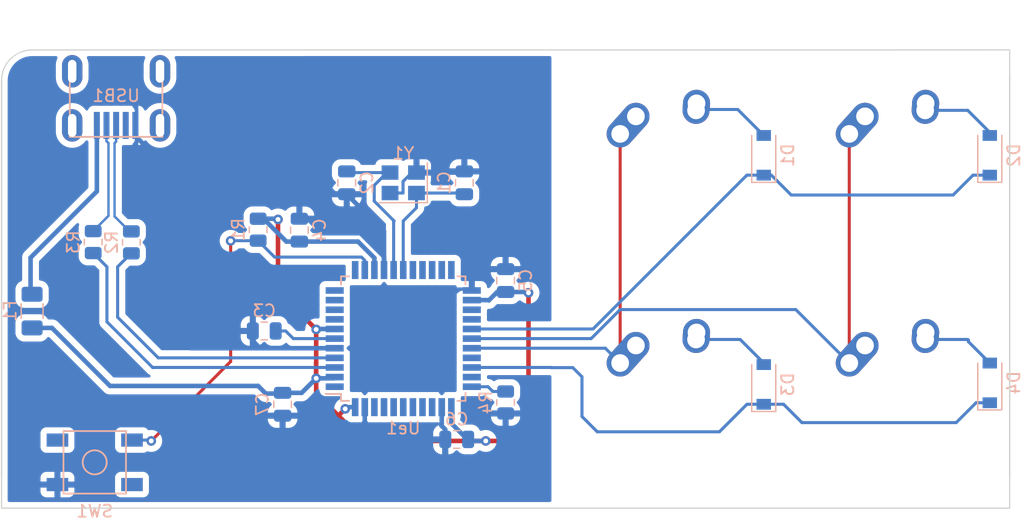
<source format=kicad_pcb>
(kicad_pcb (version 20211014) (generator pcbnew)
  (layers (0 "F.Cu" signal) (31 "B.Cu" signal) (34 "B.Paste" user) (35 "F.Paste" user) (36 "B.SilkS" user "B.Silkscreen") (37 "F.SilkS" user "F.Silkscreen") (38 "B.Mask" user) (39 "F.Mask" user) (44 "Edge.Cuts" user))
  (net 0 "")
  (net 1 "GND")
  (net 2 "Net-(C1-Pad2)")
  (net 3 "Net-(C2-Pad2)")
  (net 4 "Net-(C3-Pad1)")
  (net 5 "+5V")
  (net 6 "ROW0")
  (net 7 "Net-(D1-Pad2)")
  (net 8 "Net-(D2-Pad2)")
  (net 9 "ROW1")
  (net 10 "Net-(D3-Pad2)")
  (net 11 "Net-(D4-Pad2)")
  (net 12 "VCC")
  (net 13 "COL0")
  (net 14 "COL1")
  (net 15 "Net-(R1-Pad2)")
  (net 16 "D+")
  (net 17 "Net-(R2-Pad2)")
  (net 18 "D-")
  (net 19 "Net-(R3-Pad2)")
  (net 20 "Net-(R4-Pad1)")
  (footprint "MX_Alps_Hybrid:MX-1U-NoLED" (layer "F.Cu") (at 130.175 161.925)
    (fp_text reference "MX3")
    (fp_text value "MX-NoLED")
    (pad "" np_thru_hole circle locked (at 5.08 0 48.0996) (size 1.75 1.75) (drill 1.75) (layers *.Cu *.Mask))
    (pad "" np_thru_hole circle locked (at 0 0) (size 3.9878 3.9878) (drill 3.9878) (layers *.Cu *.Mask))
    (pad "" np_thru_hole circle locked (at -5.08 0 48.0996) (size 1.75 1.75) (drill 1.75) (layers *.Cu *.Mask))
    (pad "1" thru_hole circle locked (at -2.5 -4) (size 2.25 2.25) (drill 1.47) (layers *.Cu "B.Mask") (net 13 "COL0"))
    (pad "1" thru_hole oval locked (at -3.81 -2.54 48.0996) (size 4.211556 2.25) (drill 1.47 (offset 0.980778 0)) (layers *.Cu "B.Mask") (net 13 "COL0"))
    (pad "2" thru_hole circle locked (at 2.54 -5.08) (size 2.25 2.25) (drill 1.47) (layers *.Cu "B.Mask") (net 10 "Net-(D3-Pad2)"))
    (pad "2" thru_hole oval locked (at 2.5 -4.5 86.0548) (size 2.831378 2.25) (drill 1.47 (offset 0.290689 0)) (layers *.Cu "B.Mask") (net 10 "Net-(D3-Pad2)"))
  )
  (footprint "MX_Alps_Hybrid:MX-1U-NoLED" (layer "F.Cu") (at 130.175 142.875)
    (fp_text reference "MX1")
    (fp_text value "MX-NoLED")
    (pad "" np_thru_hole circle locked (at -5.08 0 48.0996) (size 1.75 1.75) (drill 1.75) (layers *.Cu *.Mask))
    (pad "" np_thru_hole circle locked (at 0 0) (size 3.9878 3.9878) (drill 3.9878) (layers *.Cu *.Mask))
    (pad "" np_thru_hole circle locked (at 5.08 0 48.0996) (size 1.75 1.75) (drill 1.75) (layers *.Cu *.Mask))
    (pad "1" thru_hole oval locked (at -3.81 -2.54 48.0996) (size 4.211556 2.25) (drill 1.47 (offset 0.980778 0)) (layers *.Cu "B.Mask") (net 13 "COL0"))
    (pad "1" thru_hole circle locked (at -2.5 -4) (size 2.25 2.25) (drill 1.47) (layers *.Cu "B.Mask") (net 13 "COL0"))
    (pad "2" thru_hole oval locked (at 2.5 -4.5 86.0548) (size 2.831378 2.25) (drill 1.47 (offset 0.290689 0)) (layers *.Cu "B.Mask") (net 7 "Net-(D1-Pad2)"))
    (pad "2" thru_hole circle locked (at 2.54 -5.08) (size 2.25 2.25) (drill 1.47) (layers *.Cu "B.Mask") (net 7 "Net-(D1-Pad2)"))
  )
  (footprint "MX_Alps_Hybrid:MX-1U-NoLED" (layer "F.Cu") (at 149.225 142.875)
    (fp_text reference "MX2")
    (fp_text value "MX-NoLED")
    (pad "" np_thru_hole circle locked (at -5.08 0 48.0996) (size 1.75 1.75) (drill 1.75) (layers *.Cu *.Mask))
    (pad "" np_thru_hole circle locked (at 0 0) (size 3.9878 3.9878) (drill 3.9878) (layers *.Cu *.Mask))
    (pad "" np_thru_hole circle locked (at 5.08 0 48.0996) (size 1.75 1.75) (drill 1.75) (layers *.Cu *.Mask))
    (pad "1" thru_hole circle locked (at -2.5 -4) (size 2.25 2.25) (drill 1.47) (layers *.Cu "B.Mask") (net 14 "COL1"))
    (pad "1" thru_hole oval locked (at -3.81 -2.54 48.0996) (size 4.211556 2.25) (drill 1.47 (offset 0.980778 0)) (layers *.Cu "B.Mask") (net 14 "COL1"))
    (pad "2" thru_hole oval locked (at 2.5 -4.5 86.0548) (size 2.831378 2.25) (drill 1.47 (offset 0.290689 0)) (layers *.Cu "B.Mask") (net 8 "Net-(D2-Pad2)"))
    (pad "2" thru_hole circle locked (at 2.54 -5.08) (size 2.25 2.25) (drill 1.47) (layers *.Cu "B.Mask") (net 8 "Net-(D2-Pad2)"))
  )
  (footprint "MX_Alps_Hybrid:MX-1U-NoLED" (layer "F.Cu") (at 149.225 161.925)
    (fp_text reference "MX4")
    (fp_text value "MX-NoLED")
    (pad "" np_thru_hole circle locked (at 0 0) (size 3.9878 3.9878) (drill 3.9878) (layers *.Cu *.Mask))
    (pad "" np_thru_hole circle locked (at 5.08 0 48.0996) (size 1.75 1.75) (drill 1.75) (layers *.Cu *.Mask))
    (pad "" np_thru_hole circle locked (at -5.08 0 48.0996) (size 1.75 1.75) (drill 1.75) (layers *.Cu *.Mask))
    (pad "1" thru_hole circle locked (at -2.5 -4) (size 2.25 2.25) (drill 1.47) (layers *.Cu "B.Mask") (net 14 "COL1"))
    (pad "1" thru_hole oval locked (at -3.81 -2.54 48.0996) (size 4.211556 2.25) (drill 1.47 (offset 0.980778 0)) (layers *.Cu "B.Mask") (net 14 "COL1"))
    (pad "2" thru_hole oval locked (at 2.5 -4.5 86.0548) (size 2.831378 2.25) (drill 1.47 (offset 0.290689 0)) (layers *.Cu "B.Mask") (net 11 "Net-(D4-Pad2)"))
    (pad "2" thru_hole circle locked (at 2.54 -5.08) (size 2.25 2.25) (drill 1.47) (layers *.Cu "B.Mask") (net 11 "Net-(D4-Pad2)"))
  )
  (footprint "Capacitor_SMD:C_0805_2012Metric" (layer "B.Cu") (at 112.776 165.735 180)
    (fp_text reference "C6" (at 0 1.68) (layer "B.SilkS") (effects (justify mirror)))
    (fp_text value "0.1uF")
    (fp_line (start -0.261252 0.735) (end 0.261252 0.735) (layer "B.SilkS") (width 0.12))
    (fp_line (start -0.261252 -0.735) (end 0.261252 -0.735) (layer "B.SilkS") (width 0.12))
    (pad "1" smd roundrect (at -0.95 0 180) (size 1 1.45) (layers "B.Cu" "B.Paste" "B.Mask") (net 5 "+5V"))
    (pad "2" smd roundrect (at 0.95 0 180) (size 1 1.45) (layers "B.Cu" "B.Paste" "B.Mask") (net 1 "GND"))
  )
  (footprint "Resistor_SMD:R_0805_2012Metric" (layer "B.Cu") (at 96.266 148.2985 -90)
    (fp_text reference "R1" (at 0 1.65 90) (layer "B.SilkS") (effects (justify mirror)))
    (fp_text value "10k")
    (fp_line (start -0.227064 0.735) (end 0.227064 0.735) (layer "B.SilkS") (width 0.12))
    (fp_line (start -0.227064 -0.735) (end 0.227064 -0.735) (layer "B.SilkS") (width 0.12))
    (pad "1" smd roundrect (at -0.9125 0 270) (size 1.025 1.4) (layers "B.Cu" "B.Paste" "B.Mask") (roundrect_rratio 0.243902) (net 5 "+5V"))
    (pad "2" smd roundrect (at 0.9125 0 270) (size 1.025 1.4) (layers "B.Cu" "B.Paste" "B.Mask") (roundrect_rratio 0.243902) (net 15 "Net-(R1-Pad2)"))
  )
  (footprint "Capacitor_SMD:C_0805_2012Metric" (layer "B.Cu") (at 98.298 162.814 -90)
    (fp_text reference "C7" (at 0 1.68 90) (layer "B.SilkS") (effects (justify mirror)))
    (fp_text value "10uF")
    (fp_line (start -0.261252 -0.735) (end 0.261252 -0.735) (layer "B.SilkS") (width 0.12))
    (fp_line (start -0.261252 0.735) (end 0.261252 0.735) (layer "B.SilkS") (width 0.12))
    (pad "1" smd roundrect (at -0.95 0 270) (size 1 1.45) (layers "B.Cu" "B.Paste" "B.Mask") (net 5 "+5V"))
    (pad "2" smd roundrect (at 0.95 0 270) (size 1 1.45) (layers "B.Cu" "B.Paste" "B.Mask") (net 1 "GND"))
  )
  (footprint "Package_QFP:TQFP-44_10x10mm_P0.8mm" (layer "B.Cu") (at 108.331 157.353)
    (fp_text reference "Ue1" (at 0 7.45) (layer "B.SilkS") (effects (justify mirror)))
    (fp_text value "ATmega32U4-A")
    (fp_line (start 5.175 -5.175) (end 5.175 -4.5) (layer "B.SilkS") (width 0.15))
    (fp_line (start -5.175 5.175) (end -5.175 4.6) (layer "B.SilkS") (width 0.15))
    (fp_line (start 5.175 -5.175) (end 4.5 -5.175) (layer "B.SilkS") (width 0.15))
    (fp_line (start 5.175 5.175) (end 5.175 4.5) (layer "B.SilkS") (width 0.15))
    (fp_line (start -5.175 -5.175) (end -4.5 -5.175) (layer "B.SilkS") (width 0.15))
    (fp_line (start -5.175 5.175) (end -4.5 5.175) (layer "B.SilkS") (width 0.15))
    (fp_line (start -5.175 4.6) (end -6.45 4.6) (layer "B.SilkS") (width 0.15))
    (fp_line (start 5.175 5.175) (end 4.5 5.175) (layer "B.SilkS") (width 0.15))
    (fp_line (start -5.175 -5.175) (end -5.175 -4.5) (layer "B.SilkS") (width 0.15))
    (pad "1" smd rect (at -5.7 4) (size 1.5 0.55) (layers "B.Cu" "B.Paste" "B.Mask"))
    (pad "2" smd rect (at -5.7 3.2) (size 1.5 0.55) (layers "B.Cu" "B.Paste" "B.Mask") (net 5 "+5V"))
    (pad "3" smd rect (at -5.7 2.4) (size 1.5 0.55) (layers "B.Cu" "B.Paste" "B.Mask") (net 19 "Net-(R3-Pad2)"))
    (pad "4" smd rect (at -5.7 1.6) (size 1.5 0.55) (layers "B.Cu" "B.Paste" "B.Mask") (net 17 "Net-(R2-Pad2)"))
    (pad "5" smd rect (at -5.7 0.8) (size 1.5 0.55) (layers "B.Cu" "B.Paste" "B.Mask") (net 1 "GND"))
    (pad "6" smd rect (at -5.7 0) (size 1.5 0.55) (layers "B.Cu" "B.Paste" "B.Mask") (net 4 "Net-(C3-Pad1)"))
    (pad "7" smd rect (at -5.7 -0.8) (size 1.5 0.55) (layers "B.Cu" "B.Paste" "B.Mask") (net 5 "+5V"))
    (pad "8" smd rect (at -5.7 -1.6) (size 1.5 0.55) (layers "B.Cu" "B.Paste" "B.Mask"))
    (pad "9" smd rect (at -5.7 -2.4) (size 1.5 0.55) (layers "B.Cu" "B.Paste" "B.Mask"))
    (pad "10" smd rect (at -5.7 -3.2) (size 1.5 0.55) (layers "B.Cu" "B.Paste" "B.Mask"))
    (pad "11" smd rect (at -5.7 -4) (size 1.5 0.55) (layers "B.Cu" "B.Paste" "B.Mask"))
    (pad "12" smd rect (at -4 -5.7 270) (size 1.5 0.55) (layers "B.Cu" "B.Paste" "B.Mask"))
    (pad "13" smd rect (at -3.2 -5.7 270) (size 1.5 0.55) (layers "B.Cu" "B.Paste" "B.Mask") (net 15 "Net-(R1-Pad2)"))
    (pad "14" smd rect (at -2.4 -5.7 270) (size 1.5 0.55) (layers "B.Cu" "B.Paste" "B.Mask") (net 5 "+5V"))
    (pad "15" smd rect (at -1.6 -5.7 270) (size 1.5 0.55) (layers "B.Cu" "B.Paste" "B.Mask") (net 1 "GND"))
    (pad "16" smd rect (at -0.8 -5.7 270) (size 1.5 0.55) (layers "B.Cu" "B.Paste" "B.Mask") (net 3 "Net-(C2-Pad2)"))
    (pad "17" smd rect (at 0 -5.7 270) (size 1.5 0.55) (layers "B.Cu" "B.Paste" "B.Mask") (net 2 "Net-(C1-Pad2)"))
    (pad "18" smd rect (at 0.8 -5.7 270) (size 1.5 0.55) (layers "B.Cu" "B.Paste" "B.Mask"))
    (pad "19" smd rect (at 1.6 -5.7 270) (size 1.5 0.55) (layers "B.Cu" "B.Paste" "B.Mask"))
    (pad "20" smd rect (at 2.4 -5.7 270) (size 1.5 0.55) (layers "B.Cu" "B.Paste" "B.Mask"))
    (pad "21" smd rect (at 3.2 -5.7 270) (size 1.5 0.55) (layers "B.Cu" "B.Paste" "B.Mask"))
    (pad "22" smd rect (at 4 -5.7 270) (size 1.5 0.55) (layers "B.Cu" "B.Paste" "B.Mask"))
    (pad "23" smd rect (at 5.7 -4) (size 1.5 0.55) (layers "B.Cu" "B.Paste" "B.Mask") (net 1 "GND"))
    (pad "24" smd rect (at 5.7 -3.2) (size 1.5 0.55) (layers "B.Cu" "B.Paste" "B.Mask") (net 5 "+5V"))
    (pad "25" smd rect (at 5.7 -2.4) (size 1.5 0.55) (layers "B.Cu" "B.Paste" "B.Mask"))
    (pad "26" smd rect (at 5.7 -1.6) (size 1.5 0.55) (layers "B.Cu" "B.Paste" "B.Mask"))
    (pad "27" smd rect (at 5.7 -0.8) (size 1.5 0.55) (layers "B.Cu" "B.Paste" "B.Mask") (net 6 "ROW0"))
    (pad "28" smd rect (at 5.7 0) (size 1.5 0.55) (layers "B.Cu" "B.Paste" "B.Mask") (net 14 "COL1"))
    (pad "29" smd rect (at 5.7 0.8) (size 1.5 0.55) (layers "B.Cu" "B.Paste" "B.Mask") (net 13 "COL0"))
    (pad "30" smd rect (at 5.7 1.6) (size 1.5 0.55) (layers "B.Cu" "B.Paste" "B.Mask"))
    (pad "31" smd rect (at 5.7 2.4) (size 1.5 0.55) (layers "B.Cu" "B.Paste" "B.Mask") (net 9 "ROW1"))
    (pad "32" smd rect (at 5.7 3.2) (size 1.5 0.55) (layers "B.Cu" "B.Paste" "B.Mask"))
    (pad "33" smd rect (at 5.7 4) (size 1.5 0.55) (layers "B.Cu" "B.Paste" "B.Mask") (net 20 "Net-(R4-Pad1)"))
    (pad "34" smd rect (at 4 5.7 270) (size 1.5 0.55) (layers "B.Cu" "B.Paste" "B.Mask") (net 5 "+5V"))
    (pad "35" smd rect (at 3.2 5.7 270) (size 1.5 0.55) (layers "B.Cu" "B.Paste" "B.Mask") (net 1 "GND"))
    (pad "36" smd rect (at 2.4 5.7 270) (size 1.5 0.55) (layers "B.Cu" "B.Paste" "B.Mask"))
    (pad "37" smd rect (at 1.6 5.7 270) (size 1.5 0.55) (layers "B.Cu" "B.Paste" "B.Mask"))
    (pad "38" smd rect (at 0.8 5.7 270) (size 1.5 0.55) (layers "B.Cu" "B.Paste" "B.Mask"))
    (pad "39" smd rect (at 0 5.7 270) (size 1.5 0.55) (layers "B.Cu" "B.Paste" "B.Mask"))
    (pad "40" smd rect (at -0.8 5.7 270) (size 1.5 0.55) (layers "B.Cu" "B.Paste" "B.Mask"))
    (pad "41" smd rect (at -1.6 5.7 270) (size 1.5 0.55) (layers "B.Cu" "B.Paste" "B.Mask"))
    (pad "42" smd rect (at -2.4 5.7 270) (size 1.5 0.55) (layers "B.Cu" "B.Paste" "B.Mask"))
    (pad "43" smd rect (at -3.2 5.7 270) (size 1.5 0.55) (layers "B.Cu" "B.Paste" "B.Mask") (net 1 "GND"))
    (pad "44" smd rect (at -4 5.7 270) (size 1.5 0.55) (layers "B.Cu" "B.Paste" "B.Mask") (net 5 "+5V"))
  )
  (footprint "Resistor_SMD:R_0805_2012Metric" (layer "B.Cu") (at 82.55 149.3285 -90)
    (fp_text reference "R3" (at 0 1.65 90) (layer "B.SilkS") (effects (justify mirror)))
    (fp_text value "22")
    (fp_line (start -0.227064 -0.735) (end 0.227064 -0.735) (layer "B.SilkS") (width 0.12))
    (fp_line (start -0.227064 0.735) (end 0.227064 0.735) (layer "B.SilkS") (width 0.12))
    (pad "1" smd roundrect (at -0.9125 0 270) (size 1.025 1.4) (layers "B.Cu" "B.Paste" "B.Mask") (roundrect_rratio 0.243902) (net 18 "D-"))
    (pad "2" smd roundrect (at 0.9125 0 270) (size 1.025 1.4) (layers "B.Cu" "B.Paste" "B.Mask") (roundrect_rratio 0.243902) (net 19 "Net-(R3-Pad2)"))
  )
  (footprint "random-keyboard-parts:SKQG-1155865" (layer "B.Cu") (at 82.677 167.64 180)
    (fp_text reference "SW1" (at 0 -4.064) (layer "B.SilkS") (effects (justify mirror)))
    (fp_text value "SW_Push")
    (fp_line (start -2.6 2.6) (end 2.6 2.6) (layer "B.SilkS") (width 0.15))
    (fp_line (start 2.6 -2.6) (end -2.6 -2.6) (layer "B.SilkS") (width 0.15))
    (fp_line (start 2.6 2.6) (end 2.6 -2.6) (layer "B.SilkS") (width 0.15))
    (fp_line (start -2.6 -2.6) (end -2.6 2.6) (layer "B.SilkS") (width 0.15))
    (fp_circle (center 0 0) (end 1 0) (layer "B.SilkS") (width 0.15) (fill none))
    (pad "1" smd rect locked (at 3.1 -1.85 180) (size 1.8 1.1) (layers "B.Cu" "B.Paste" "B.Mask") (net 1 "GND"))
    (pad "2" smd rect locked (at -3.1 1.85 180) (size 1.8 1.1) (layers "B.Cu" "B.Paste" "B.Mask") (net 15 "Net-(R1-Pad2)"))
    (pad "3" smd rect locked (at 3.1 1.85 180) (size 1.8 1.1) (layers "B.Cu" "B.Paste" "B.Mask"))
    (pad "4" smd rect locked (at -3.1 -1.85 180) (size 1.8 1.1) (layers "B.Cu" "B.Paste" "B.Mask"))
  )
  (footprint "Capacitor_SMD:C_0805_2012Metric" (layer "B.Cu") (at 96.774 156.718 180)
    (fp_text reference "C3" (at 0 1.68) (layer "B.SilkS") (effects (justify mirror)))
    (fp_text value "1uF")
    (fp_line (start -0.261252 0.735) (end 0.261252 0.735) (layer "B.SilkS") (width 0.12))
    (fp_line (start -0.261252 -0.735) (end 0.261252 -0.735) (layer "B.SilkS") (width 0.12))
    (pad "1" smd roundrect (at -0.95 0 180) (size 1 1.45) (layers "B.Cu" "B.Paste" "B.Mask") (net 4 "Net-(C3-Pad1)"))
    (pad "2" smd roundrect (at 0.95 0 180) (size 1 1.45) (layers "B.Cu" "B.Paste" "B.Mask") (net 1 "GND"))
  )
  (footprint "Crystal:Crystal_SMD_3225-4Pin_3.2x2.5mm" (layer "B.Cu") (at 108.331 144.399 180)
    (fp_text reference "Y1" (at 0 2.45) (layer "B.SilkS") (effects (justify mirror)))
    (fp_text value "16MHz")
    (fp_line (start -2 1.65) (end -2 -1.65) (layer "B.SilkS") (width 0.12))
    (fp_line (start -2 -1.65) (end 2 -1.65) (layer "B.SilkS") (width 0.12))
    (pad "1" smd rect (at -1.1 -0.85 180) (size 1.4 1.2) (layers "B.Cu" "B.Paste" "B.Mask") (net 2 "Net-(C1-Pad2)"))
    (pad "2" smd rect (at 1.1 -0.85 180) (size 1.4 1.2) (layers "B.Cu" "B.Paste" "B.Mask") (net 1 "GND"))
    (pad "3" smd rect (at 1.1 0.85 180) (size 1.4 1.2) (layers "B.Cu" "B.Paste" "B.Mask") (net 3 "Net-(C2-Pad2)"))
    (pad "4" smd rect (at -1.1 0.85 180) (size 1.4 1.2) (layers "B.Cu" "B.Paste" "B.Mask") (net 1 "GND"))
  )
  (footprint "Fuse:Fuse_1206_3216Metric" (layer "B.Cu") (at 77.47 155.064 -90)
    (fp_text reference "F1" (at 0 1.82 90) (layer "B.SilkS") (effects (justify mirror)))
    (fp_text value "500mA")
    (fp_line (start -0.602064 -0.91) (end 0.602064 -0.91) (layer "B.SilkS") (width 0.12))
    (fp_line (start -0.602064 0.91) (end 0.602064 0.91) (layer "B.SilkS") (width 0.12))
    (pad "1" smd roundrect (at -1.4 0 270) (size 1.25 1.75) (layers "B.Cu" "B.Paste" "B.Mask") (roundrect_rratio 0.2) (net 12 "VCC"))
    (pad "2" smd roundrect (at 1.4 0 270) (size 1.25 1.75) (layers "B.Cu" "B.Paste" "B.Mask") (roundrect_rratio 0.2) (net 5 "+5V"))
  )
  (footprint "Capacitor_SMD:C_0805_2012Metric" (layer "B.Cu") (at 113.411 144.399 -90)
    (fp_text reference "C1" (at 0 1.68 90) (layer "B.SilkS") (effects (justify mirror)))
    (fp_text value "22pF")
    (fp_line (start -0.261252 0.735) (end 0.261252 0.735) (layer "B.SilkS") (width 0.12))
    (fp_line (start -0.261252 -0.735) (end 0.261252 -0.735) (layer "B.SilkS") (width 0.12))
    (pad "1" smd roundrect (at -0.95 0 270) (size 1 1.45) (layers "B.Cu" "B.Paste" "B.Mask") (net 1 "GND"))
    (pad "2" smd roundrect (at 0.95 0 270) (size 1 1.45) (layers "B.Cu" "B.Paste" "B.Mask") (net 2 "Net-(C1-Pad2)"))
  )
  (footprint "random-keyboard-parts:Molex-0548190589" (layer "B.Cu") (at 84.455 135.128 -90)
    (fp_text reference "USB1" (at 2.032 0) (layer "B.SilkS") (effects (justify mirror)))
    (fp_text value "Molex-0548190589")
    (fp_line (start 5.45 3.85) (end 5.45 -3.85) (layer "B.SilkS") (width 0.15))
    (fp_line (start 0 3.85) (end 5.45 3.85) (layer "B.SilkS") (width 0.15))
    (fp_line (start 0 -3.85) (end 5.45 -3.85) (layer "B.SilkS") (width 0.15))
    (pad "1" smd rect locked (at 4.5 -1.6 270) (size 2.25 0.5) (layers "B.Cu" "B.Paste" "B.Mask") (net 1 "GND"))
    (pad "2" smd rect locked (at 4.5 -0.8 270) (size 2.25 0.5) (layers "B.Cu" "B.Paste" "B.Mask"))
    (pad "3" smd rect locked (at 4.5 0 270) (size 2.25 0.5) (layers "B.Cu" "B.Paste" "B.Mask") (net 16 "D+"))
    (pad "4" smd rect locked (at 4.5 0.8 270) (size 2.25 0.5) (layers "B.Cu" "B.Paste" "B.Mask") (net 18 "D-"))
    (pad "5" smd rect locked (at 4.5 1.6 270) (size 2.25 0.5) (layers "B.Cu" "B.Paste" "B.Mask") (net 12 "VCC"))
    (pad "6" thru_hole oval locked (at 0 3.65 270) (size 2.7 1.7) (drill oval 1.9 0.7) (layers *.Cu *.Mask))
    (pad "6" thru_hole oval locked (at 4.5 -3.65 270) (size 2.7 1.7) (drill oval 1.9 0.7) (layers *.Cu *.Mask))
    (pad "6" thru_hole oval locked (at 4.5 3.65 270) (size 2.7 1.7) (drill oval 1.9 0.7) (layers *.Cu *.Mask))
    (pad "6" thru_hole oval locked (at 0 -3.65 270) (size 2.7 1.7) (drill oval 1.9 0.7) (layers *.Cu *.Mask))
  )
  (footprint "Diode_SMD:D_SOD-123" (layer "B.Cu") (at 138.303 161.163 90)
    (fp_text reference "D3" (at 0 2 90) (layer "B.SilkS") (effects (justify mirror)))
    (fp_text value "D_Small")
    (fp_line (start -2.25 1) (end 1.65 1) (layer "B.SilkS") (width 0.12))
    (fp_line (start -2.25 -1) (end 1.65 -1) (layer "B.SilkS") (width 0.12))
    (fp_line (start -2.25 1) (end -2.25 -1) (layer "B.SilkS") (width 0.12))
    (pad "1" smd rect (at -1.65 0 90) (size 0.9 1.2) (layers "B.Cu" "B.Paste" "B.Mask") (net 9 "ROW1"))
    (pad "2" smd rect (at 1.65 0 90) (size 0.9 1.2) (layers "B.Cu" "B.Paste" "B.Mask") (net 10 "Net-(D3-Pad2)"))
  )
  (footprint "Resistor_SMD:R_0805_2012Metric" (layer "B.Cu") (at 85.725 149.352 -90)
    (fp_text reference "R2" (at 0 1.65 90) (layer "B.SilkS") (effects (justify mirror)))
    (fp_text value "22")
    (fp_line (start -0.227064 0.735) (end 0.227064 0.735) (layer "B.SilkS") (width 0.12))
    (fp_line (start -0.227064 -0.735) (end 0.227064 -0.735) (layer "B.SilkS") (width 0.12))
    (pad "1" smd roundrect (at -0.9125 0 270) (size 1.025 1.4) (layers "B.Cu" "B.Paste" "B.Mask") (roundrect_rratio 0.243902) (net 16 "D+"))
    (pad "2" smd roundrect (at 0.9125 0 270) (size 1.025 1.4) (layers "B.Cu" "B.Paste" "B.Mask") (roundrect_rratio 0.243902) (net 17 "Net-(R2-Pad2)"))
  )
  (footprint "Diode_SMD:D_SOD-123" (layer "B.Cu") (at 157.099 161.036 90)
    (fp_text reference "D4" (at 0 2 90) (layer "B.SilkS") (effects (justify mirror)))
    (fp_text value "D_Small")
    (fp_line (start -2.25 -1) (end 1.65 -1) (layer "B.SilkS") (width 0.12))
    (fp_line (start -2.25 1) (end 1.65 1) (layer "B.SilkS") (width 0.12))
    (fp_line (start -2.25 1) (end -2.25 -1) (layer "B.SilkS") (width 0.12))
    (pad "1" smd rect (at -1.65 0 90) (size 0.9 1.2) (layers "B.Cu" "B.Paste" "B.Mask") (net 9 "ROW1"))
    (pad "2" smd rect (at 1.65 0 90) (size 0.9 1.2) (layers "B.Cu" "B.Paste" "B.Mask") (net 11 "Net-(D4-Pad2)"))
  )
  (footprint "Diode_SMD:D_SOD-123" (layer "B.Cu") (at 138.303 142.113 90)
    (fp_text reference "D1" (at 0 2 90) (layer "B.SilkS") (effects (justify mirror)))
    (fp_text value "D_Small")
    (fp_line (start -2.25 -1) (end 1.65 -1) (layer "B.SilkS") (width 0.12))
    (fp_line (start -2.25 1) (end -2.25 -1) (layer "B.SilkS") (width 0.12))
    (fp_line (start -2.25 1) (end 1.65 1) (layer "B.SilkS") (width 0.12))
    (pad "1" smd rect (at -1.65 0 90) (size 0.9 1.2) (layers "B.Cu" "B.Paste" "B.Mask") (net 6 "ROW0"))
    (pad "2" smd rect (at 1.65 0 90) (size 0.9 1.2) (layers "B.Cu" "B.Paste" "B.Mask") (net 7 "Net-(D1-Pad2)"))
  )
  (footprint "Capacitor_SMD:C_0805_2012Metric" (layer "B.Cu") (at 103.632 144.399 90)
    (fp_text reference "C2" (at 0 1.68 90) (layer "B.SilkS") (effects (justify mirror)))
    (fp_text value "22pF")
    (fp_line (start -0.261252 -0.735) (end 0.261252 -0.735) (layer "B.SilkS") (width 0.12))
    (fp_line (start -0.261252 0.735) (end 0.261252 0.735) (layer "B.SilkS") (width 0.12))
    (pad "1" smd roundrect (at -0.95 0 90) (size 1 1.45) (layers "B.Cu" "B.Paste" "B.Mask") (net 1 "GND"))
    (pad "2" smd roundrect (at 0.95 0 90) (size 1 1.45) (layers "B.Cu" "B.Paste" "B.Mask") (net 3 "Net-(C2-Pad2)"))
  )
  (footprint "Diode_SMD:D_SOD-123" (layer "B.Cu") (at 157.099 142.113 90)
    (fp_text reference "D2" (at 0 2 90) (layer "B.SilkS") (effects (justify mirror)))
    (fp_text value "D_Small")
    (fp_line (start -2.25 1) (end -2.25 -1) (layer "B.SilkS") (width 0.12))
    (fp_line (start -2.25 1) (end 1.65 1) (layer "B.SilkS") (width 0.12))
    (fp_line (start -2.25 -1) (end 1.65 -1) (layer "B.SilkS") (width 0.12))
    (pad "1" smd rect (at -1.65 0 90) (size 0.9 1.2) (layers "B.Cu" "B.Paste" "B.Mask") (net 6 "ROW0"))
    (pad "2" smd rect (at 1.65 0 90) (size 0.9 1.2) (layers "B.Cu" "B.Paste" "B.Mask") (net 8 "Net-(D2-Pad2)"))
  )
  (footprint "Resistor_SMD:R_0805_2012Metric" (layer "B.Cu") (at 116.84 162.6635 -90)
    (fp_text reference "R4" (at 0 1.65 90) (layer "B.SilkS") (effects (justify mirror)))
    (fp_text value "10k")
    (fp_line (start -0.227064 -0.735) (end 0.227064 -0.735) (layer "B.SilkS") (width 0.12))
    (fp_line (start -0.227064 0.735) (end 0.227064 0.735) (layer "B.SilkS") (width 0.12))
    (pad "1" smd roundrect (at -0.9125 0 270) (size 1.025 1.4) (layers "B.Cu" "B.Paste" "B.Mask") (roundrect_rratio 0.243902) (net 20 "Net-(R4-Pad1)"))
    (pad "2" smd roundrect (at 0.9125 0 270) (size 1.025 1.4) (layers "B.Cu" "B.Paste" "B.Mask") (roundrect_rratio 0.243902) (net 1 "GND"))
  )
  (footprint "Capacitor_SMD:C_0805_2012Metric" (layer "B.Cu") (at 116.84 152.527 90)
    (fp_text reference "C5" (at 0 1.68 90) (layer "B.SilkS") (effects (justify mirror)))
    (fp_text value "0.1uF")
    (fp_line (start -0.261252 0.735) (end 0.261252 0.735) (layer "B.SilkS") (width 0.12))
    (fp_line (start -0.261252 -0.735) (end 0.261252 -0.735) (layer "B.SilkS") (width 0.12))
    (pad "1" smd roundrect (at -0.95 0 90) (size 1 1.45) (layers "B.Cu" "B.Paste" "B.Mask") (net 5 "+5V"))
    (pad "2" smd roundrect (at 0.95 0 90) (size 1 1.45) (layers "B.Cu" "B.Paste" "B.Mask") (net 1 "GND"))
  )
  (footprint "Capacitor_SMD:C_0805_2012Metric" (layer "B.Cu") (at 99.695 148.336 90)
    (fp_text reference "C4" (at 0 1.68 90) (layer "B.SilkS") (effects (justify mirror)))
    (fp_text value "0.1uF")
    (fp_line (start -0.261252 0.735) (end 0.261252 0.735) (layer "B.SilkS") (width 0.12))
    (fp_line (start -0.261252 -0.735) (end 0.261252 -0.735) (layer "B.SilkS") (width 0.12))
    (pad "1" smd roundrect (at -0.95 0 90) (size 1 1.45) (layers "B.Cu" "B.Paste" "B.Mask") (net 5 "+5V"))
    (pad "2" smd roundrect (at 0.95 0 90) (size 1 1.45) (layers "B.Cu" "B.Paste" "B.Mask") (net 1 "GND"))
  )
  (gr_line (start 158.75 171.45) (end 158.75 133.35) (layer "Edge.Cuts") (width 0.1))
  (gr_line (start 158.75 135.382) (end 158.75 168.91) (layer "Edge.Cuts") (width 0.1))
  (gr_line (start 158.75 133.35) (end 77.47 133.352875) (layer "Edge.Cuts") (width 0.1))
  (gr_line (start 74.93 171.45) (end 158.75 171.45) (layer "Edge.Cuts") (width 0.1))
  (gr_arc (start 74.93 135.89) (mid 75.678157 134.099003) (end 77.47 133.352875) (layer "Edge.Cuts") (width 0.1))
  (gr_line (start 74.93 168.91) (end 74.93 135.89) (layer "Edge.Cuts") (width 0.1))
  (gr_line (start 74.93 169.291) (end 74.93 171.45) (layer "Edge.Cuts") (width 0.1))
  (gr_line (start 74.93 169.291) (end 74.93 135.89) (layer "Edge.Cuts") (width 0.1))
  (segment (start 111.76 165.801) (end 111.826 165.735) (width 0.381) (layer "B.Cu") (net 1))
  (segment (start 86.055 140.503) (end 88.9 143.348) (width 0.381) (layer "B.Cu") (net 1))
  (segment (start 111.826 164.912) (end 111.506 164.592) (width 0.381) (layer "B.Cu") (net 1))
  (segment (start 108.312 144.287978) (end 109.050978 143.549) (width 0.254) (layer "B.Cu") (net 1))
  (segment (start 102.677 145.349) (end 101.981 144.653) (width 0.381) (layer "B.Cu") (net 1))
  (segment (start 79.577 169.49) (end 78.177 169.49) (width 0.381) (layer "B.Cu") (net 1))
  (segment (start 77.597 164.592) (end 78.425 163.764) (width 0.381) (layer "B.Cu") (net 1))
  (segment (start 106.731 150.546) (end 106.731 151.653) (width 0.381) (layer "B.Cu") (net 1))
  (segment (start 111.531 164.567) (end 111.531 163.053) (width 0.381) (layer "B.Cu") (net 1))
  (segment (start 108.312 145.249) (end 108.312 144.287978) (width 0.254) (layer "B.Cu") (net 1))
  (segment (start 100.396 147.386) (end 101.6 148.59) (width 0.381) (layer "B.Cu") (net 1))
  (segment (start 111.76 167.259) (end 111.76 165.801) (width 0.381) (layer "B.Cu") (net 1))
  (segment (start 104.775 148.59) (end 106.731 150.546) (width 0.381) (layer "B.Cu") (net 1))
  (segment (start 99.883 163.764) (end 101.727 165.608) (width 0.381) (layer "B.Cu") (net 1))
  (segment (start 101.727 165.608) (end 105.029 165.608) (width 0.381) (layer "B.Cu") (net 1))
  (segment (start 112.141 167.64) (end 111.76 167.259) (width 0.381) (layer "B.Cu") (net 1))
  (segment (start 115.189 167.64) (end 112.141 167.64) (width 0.381) (layer "B.Cu") (net 1))
  (segment (start 116.84 151.577) (end 114.996 151.577) (width 0.381) (layer "B.Cu") (net 1))
  (segment (start 101.981 142.113) (end 102.362 141.732) (width 0.381) (layer "B.Cu") (net 1))
  (segment (start 77.597 168.91) (end 77.597 164.592) (width 0.381) (layer "B.Cu") (net 1))
  (segment (start 88.9 156.337) (end 90.716 158.153) (width 0.381) (layer "B.Cu") (net 1))
  (segment (start 111.506 164.592) (end 111.531 164.567) (width 0.381) (layer "B.Cu") (net 1))
  (segment (start 116.84 165.989) (end 115.189 167.64) (width 0.381) (layer "B.Cu") (net 1))
  (segment (start 78.177 169.49) (end 77.597 168.91) (width 0.381) (layer "B.Cu") (net 1))
  (segment (start 98.298 163.764) (end 99.883 163.764) (width 0.381) (layer "B.Cu") (net 1))
  (segment (start 95.824 157.546) (end 96.431 158.153) (width 0.381) (layer "B.Cu") (net 1))
  (segment (start 108.966 141.732) (end 109.431 142.197) (width 0.381) (layer "B.Cu") (net 1))
  (segment (start 106.731 148.448) (end 103.632 145.349) (width 0.381) (layer "B.Cu") (net 1))
  (segment (start 111.826 165.735) (end 111.826 164.912) (width 0.381) (layer "B.Cu") (net 1))
  (segment (start 86.055 139.628) (end 86.055 140.503) (width 0.381) (layer "B.Cu") (net 1))
  (segment (start 109.050978 143.549) (end 109.431 143.549) (width 0.254) (layer "B.Cu") (net 1))
  (segment (start 95.824 156.718) (end 95.824 157.546) (width 0.381) (layer "B.Cu") (net 1))
  (segment (start 88.9 143.348) (end 88.9 156.337) (width 0.381) (layer "B.Cu") (net 1))
  (segment (start 109.431 143.549) (end 113.311 143.549) (width 0.381) (layer "B.Cu") (net 1))
  (segment (start 114.031 152.542) (end 114.996 151.577) (width 0.381) (layer "B.Cu") (net 1))
  (segment (start 107.231 145.249) (end 108.312 145.249) (width 0.254) (layer "B.Cu") (net 1))
  (segment (start 90.716 158.153) (end 102.631 158.153) (width 0.381) (layer "B.Cu") (net 1))
  (segment (start 106.731 151.653) (end 106.731 148.448) (width 0.381) (layer "B.Cu") (net 1))
  (segment (start 101.981 144.653) (end 101.981 142.113) (width 0.381) (layer "B.Cu") (net 1))
  (segment (start 116.84 163.576) (end 116.84 165.989) (width 0.381) (layer "B.Cu") (net 1))
  (segment (start 102.362 141.732) (end 108.966 141.732) (width 0.381) (layer "B.Cu") (net 1))
  (segment (start 101.6 148.59) (end 104.775 148.59) (width 0.381) (layer "B.Cu") (net 1))
  (segment (start 113.311 143.549) (end 113.411 143.449) (width 0.381) (layer "B.Cu") (net 1))
  (segment (start 114.031 152.542) (end 114.031 153.353) (width 0.381) (layer "B.Cu") (net 1))
  (segment (start 100.396 147.386) (end 99.695 147.386) (width 0.381) (layer "B.Cu") (net 1))
  (segment (start 103.632 145.349) (end 102.677 145.349) (width 0.381) (layer "B.Cu") (net 1))
  (segment (start 78.425 163.764) (end 98.298 163.764) (width 0.381) (layer "B.Cu") (net 1))
  (segment (start 105.029 165.608) (end 105.131 165.506) (width 0.381) (layer "B.Cu") (net 1))
  (segment (start 109.431 142.197) (end 109.431 143.549) (width 0.381) (layer "B.Cu") (net 1))
  (segment (start 105.131 165.506) (end 105.131 163.053) (width 0.381) (layer "B.Cu") (net 1))
  (segment (start 113.411 145.349) (end 113.311 145.249) (width 0.254) (layer "B.Cu") (net 2))
  (segment (start 109.431 146.474) (end 108.331 147.574) (width 0.254) (layer "B.Cu") (net 2))
  (segment (start 113.311 145.249) (end 109.431 145.249) (width 0.254) (layer "B.Cu") (net 2))
  (segment (start 108.331 147.574) (end 108.331 151.653) (width 0.254) (layer "B.Cu") (net 2))
  (segment (start 109.431 145.249) (end 109.431 146.474) (width 0.254) (layer "B.Cu") (net 2))
  (segment (start 107.531 151.653) (end 107.531 147.612) (width 0.254) (layer "B.Cu") (net 3))
  (segment (start 107.231 143.549) (end 103.732 143.549) (width 0.254) (layer "B.Cu") (net 3))
  (segment (start 107.531 147.612) (end 107.569 147.574) (width 0.254) (layer "B.Cu") (net 3))
  (segment (start 107.231 143.549) (end 106.977978 143.549) (width 0.254) (layer "B.Cu") (net 3))
  (segment (start 103.732 143.549) (end 103.632 143.449) (width 0.254) (layer "B.Cu") (net 3))
  (segment (start 106.977978 143.549) (end 105.918 144.608978) (width 0.254) (layer "B.Cu") (net 3))
  (segment (start 107.569 147.574) (end 105.918 145.923) (width 0.254) (layer "B.Cu") (net 3))
  (segment (start 105.918 144.653) (end 105.918 145.923) (width 0.254) (layer "B.Cu") (net 3))
  (segment (start 105.918 144.608978) (end 105.918 144.653) (width 0.254) (layer "B.Cu") (net 3))
  (segment (start 97.724 156.718) (end 98.552 156.718) (width 0.254) (layer "B.Cu") (net 4))
  (segment (start 98.552 156.718) (end 99.187 157.353) (width 0.254) (layer "B.Cu") (net 4))
  (segment (start 99.187 157.353) (end 102.631 157.353) (width 0.254) (layer "B.Cu") (net 4))
  (segment (start 101.092 156.591) (end 101.092 159.385) (width 0.381) (layer "F.Cu") (net 5))
  (segment (start 97.917 147.447) (end 97.917 153.416) (width 0.381) (layer "F.Cu") (net 5))
  (segment (start 101.092 159.385) (end 101.092 161.925) (width 0.381) (layer "F.Cu") (net 5))
  (segment (start 101.092 161.925) (end 102.997 163.83) (width 0.381) (layer "F.Cu") (net 5))
  (segment (start 101.092 159.385) (end 101.092 160.655) (width 0.381) (layer "F.Cu") (net 5))
  (segment (start 117.475 165.862) (end 115.189 165.862) (width 0.381) (layer "F.Cu") (net 5))
  (segment (start 103.505 163.195) (end 102.997 163.703) (width 0.381) (layer "F.Cu") (net 5))
  (segment (start 97.917 153.416) (end 101.092 156.591) (width 0.381) (layer "F.Cu") (net 5))
  (segment (start 118.745 153.543) (end 118.745 164.592) (width 0.381) (layer "F.Cu") (net 5))
  (segment (start 105.029 165.862) (end 115.189 165.862) (width 0.381) (layer "F.Cu") (net 5))
  (segment (start 102.997 163.703) (end 102.997 163.83) (width 0.381) (layer "F.Cu") (net 5))
  (segment (start 118.745 164.592) (end 117.602 165.735) (width 0.381) (layer "F.Cu") (net 5))
  (segment (start 102.997 163.83) (end 105.029 165.862) (width 0.381) (layer "F.Cu") (net 5))
  (segment (start 117.602 165.735) (end 117.475 165.862) (width 0.381) (layer "F.Cu") (net 5))
  (via (at 101.092 160.655) (size 0.8) (drill 0.4) (layers "F.Cu" "B.Cu") (net 5))
  (via (at 118.745 153.543) (size 0.8) (drill 0.4) (layers "F.Cu" "B.Cu") (net 5))
  (via (at 101.092 156.591) (size 0.8) (drill 0.4) (layers "F.Cu" "B.Cu") (net 5))
  (via (at 103.505 163.195) (size 0.8) (drill 0.4) (layers "F.Cu" "B.Cu") (net 5))
  (via (at 97.917 147.447) (size 0.8) (drill 0.4) (layers "F.Cu" "B.Cu") (net 5))
  (via (at 115.189 165.862) (size 0.8) (drill 0.4) (layers "F.Cu" "B.Cu") (net 5))
  (segment (start 101.13 156.553) (end 101.092 156.591) (width 0.381) (layer "B.Cu") (net 5))
  (segment (start 105.931 150.647978) (end 105.931 151.653) (width 0.381) (layer "B.Cu") (net 5))
  (segment (start 96.266 147.386) (end 96.713 147.386) (width 0.381) (layer "B.Cu") (net 5))
  (segment (start 115.418 154.153) (end 114.031 154.153) (width 0.381) (layer "B.Cu") (net 5))
  (segment (start 98.613 149.286) (end 99.695 149.286) (width 0.381) (layer "B.Cu") (net 5))
  (segment (start 112.331 163.053) (end 112.331 164.401) (width 0.381) (layer "B.Cu") (net 5))
  (segment (start 112.395 163.117) (end 112.331 163.053) (width 0.381) (layer "B.Cu") (net 5))
  (segment (start 96.901 161.925) (end 98.237 161.925) (width 0.381) (layer "B.Cu") (net 5))
  (segment (start 116.84 153.477) (end 118.679 153.477) (width 0.381) (layer "B.Cu") (net 5))
  (segment (start 99.883 161.864) (end 101.092 160.655) (width 0.381) (layer "B.Cu") (net 5))
  (segment (start 83.947 161.29) (end 96.266 161.29) (width 0.381) (layer "B.Cu") (net 5))
  (segment (start 98.298 161.864) (end 99.883 161.864) (width 0.381) (layer "B.Cu") (net 5))
  (segment (start 77.47 156.464) (end 79.121 156.464) (width 0.381) (layer "B.Cu") (net 5))
  (segment (start 79.121 156.464) (end 83.947 161.29) (width 0.381) (layer "B.Cu") (net 5))
  (segment (start 115.189 165.862) (end 113.853 165.862) (width 0.381) (layer "B.Cu") (net 5))
  (segment (start 97.856 147.386) (end 97.917 147.447) (width 0.381) (layer "B.Cu") (net 5))
  (segment (start 104.331 163.053) (end 103.647 163.053) (width 0.381) (layer "B.Cu") (net 5))
  (segment (start 102.631 156.553) (end 101.13 156.553) (width 0.381) (layer "B.Cu") (net 5))
  (segment (start 113.665 165.735) (end 113.726 165.735) (width 0.381) (layer "B.Cu") (net 5))
  (segment (start 103.647 163.053) (end 103.505 163.195) (width 0.381) (layer "B.Cu") (net 5))
  (segment (start 96.713 147.386) (end 98.613 149.286) (width 0.381) (layer "B.Cu") (net 5))
  (segment (start 112.331 164.401) (end 113.665 165.735) (width 0.381) (layer "B.Cu") (net 5))
  (segment (start 113.853 165.862) (end 113.726 165.735) (width 0.381) (layer "B.Cu") (net 5))
  (segment (start 99.695 149.286) (end 104.569022 149.286) (width 0.381) (layer "B.Cu") (net 5))
  (segment (start 98.237 161.925) (end 98.298 161.864) (width 0.381) (layer "B.Cu") (net 5))
  (segment (start 104.569022 149.286) (end 105.931 150.647978) (width 0.381) (layer "B.Cu") (net 5))
  (segment (start 102.529 160.655) (end 102.631 160.553) (width 0.381) (layer "B.Cu") (net 5))
  (segment (start 115.443 154.178) (end 115.418 154.153) (width 0.381) (layer "B.Cu") (net 5))
  (segment (start 101.092 160.655) (end 102.529 160.655) (width 0.381) (layer "B.Cu") (net 5))
  (segment (start 96.266 161.29) (end 96.901 161.925) (width 0.381) (layer "B.Cu") (net 5))
  (segment (start 116.144 153.477) (end 115.443 154.178) (width 0.381) (layer "B.Cu") (net 5))
  (segment (start 96.266 147.386) (end 97.856 147.386) (width 0.381) (layer "B.Cu") (net 5))
  (segment (start 116.84 153.477) (end 116.144 153.477) (width 0.381) (layer "B.Cu") (net 5))
  (segment (start 118.679 153.477) (end 118.745 153.543) (width 0.381) (layer "B.Cu") (net 5))
  (segment (start 136.900626 143.763) (end 138.303 143.763) (width 0.254) (layer "B.Cu") (net 6))
  (segment (start 114.031 156.553) (end 124.110626 156.553) (width 0.254) (layer "B.Cu") (net 6))
  (segment (start 155.703 143.763) (end 157.099 143.763) (width 0.254) (layer "B.Cu") (net 6))
  (segment (start 140.589 145.415) (end 154.051 145.415) (width 0.254) (layer "B.Cu") (net 6))
  (segment (start 154.051 145.415) (end 155.703 143.763) (width 0.254) (layer "B.Cu") (net 6))
  (segment (start 124.110626 156.553) (end 136.900626 143.763) (width 0.254) (layer "B.Cu") (net 6))
  (segment (start 138.303 143.763) (end 138.937 143.763) (width 0.254) (layer "B.Cu") (net 6))
  (segment (start 138.937 143.763) (end 140.589 145.415) (width 0.254) (layer "B.Cu") (net 6))
  (segment (start 132.747 138.303) (end 132.675 138.375) (width 0.254) (layer "B.Cu") (net 7))
  (segment (start 138.303 140.463) (end 136.143 138.303) (width 0.254) (layer "B.Cu") (net 7))
  (segment (start 136.143 138.303) (end 132.747 138.303) (width 0.254) (layer "B.Cu") (net 7))
  (segment (start 155.266 138.375) (end 151.725 138.375) (width 0.254) (layer "B.Cu") (net 8))
  (segment (start 157.099 140.463) (end 157.099 140.208) (width 0.254) (layer "B.Cu") (net 8))
  (segment (start 157.099 140.208) (end 155.266 138.375) (width 0.254) (layer "B.Cu") (net 8))
  (segment (start 157.099 162.686) (end 155.957 162.686) (width 0.254) (layer "B.Cu") (net 9))
  (segment (start 141.478 164.338) (end 139.953 162.813) (width 0.254) (layer "B.Cu") (net 9))
  (segment (start 136.907 162.813) (end 138.303 162.813) (width 0.254) (layer "B.Cu") (net 9))
  (segment (start 123.19 163.83) (end 124.46 165.1) (width 0.254) (layer "B.Cu") (net 9))
  (segment (start 120.637 159.753) (end 120.65 159.766) (width 0.254) (layer "B.Cu") (net 9))
  (segment (start 134.62 165.1) (end 136.907 162.813) (width 0.254) (layer "B.Cu") (net 9))
  (segment (start 139.953 162.813) (end 138.303 162.813) (width 0.254) (layer "B.Cu") (net 9))
  (segment (start 114.031 159.753) (end 120.637 159.753) (width 0.254) (layer "B.Cu") (net 9))
  (segment (start 124.46 165.1) (end 134.62 165.1) (width 0.254) (layer "B.Cu") (net 9))
  (segment (start 154.305 164.338) (end 141.478 164.338) (width 0.254) (layer "B.Cu") (net 9))
  (segment (start 155.957 162.686) (end 154.305 164.338) (width 0.254) (layer "B.Cu") (net 9))
  (segment (start 122.428 159.766) (end 123.19 160.528) (width 0.254) (layer "B.Cu") (net 9))
  (segment (start 120.65 159.766) (end 122.428 159.766) (width 0.254) (layer "B.Cu") (net 9))
  (segment (start 123.19 160.528) (end 123.19 163.83) (width 0.254) (layer "B.Cu") (net 9))
  (segment (start 136.343 157.425) (end 132.675 157.425) (width 0.254) (layer "B.Cu") (net 10))
  (segment (start 138.303 159.513) (end 138.303 159.385) (width 0.254) (layer "B.Cu") (net 10))
  (segment (start 138.303 159.385) (end 136.343 157.425) (width 0.254) (layer "B.Cu") (net 10))
  (segment (start 155.266 157.425) (end 151.725 157.425) (width 0.254) (layer "B.Cu") (net 11))
  (segment (start 155.321 157.608) (end 155.321 157.48) (width 0.254) (layer "B.Cu") (net 11))
  (segment (start 155.321 157.48) (end 155.266 157.425) (width 0.254) (layer "B.Cu") (net 11))
  (segment (start 157.099 159.386) (end 155.321 157.608) (width 0.254) (layer "B.Cu") (net 11))
  (segment (start 82.855 139.628) (end 82.855 145.11) (width 0.381) (layer "B.Cu") (net 12))
  (segment (start 77.343 153.537) (end 77.47 153.664) (width 0.381) (layer "B.Cu") (net 12))
  (segment (start 77.343 150.622) (end 77.343 153.537) (width 0.381) (layer "B.Cu") (net 12))
  (segment (start 82.855 145.11) (end 77.343 150.622) (width 0.381) (layer "B.Cu") (net 12))
  (segment (start 126.365 140.335) (end 126.365 159.385) (width 0.254) (layer "F.Cu") (net 13))
  (segment (start 114.031 158.153) (end 125.133 158.153) (width 0.254) (layer "B.Cu") (net 13))
  (segment (start 125.133 158.153) (end 126.365 159.385) (width 0.254) (layer "B.Cu") (net 13))
  (segment (start 145.415 140.335) (end 145.415 159.385) (width 0.254) (layer "F.Cu") (net 14))
  (segment (start 123.952 157.353) (end 126.365 154.94) (width 0.254) (layer "B.Cu") (net 14))
  (segment (start 140.97 154.94) (end 145.415 159.385) (width 0.254) (layer "B.Cu") (net 14))
  (segment (start 126.365 154.94) (end 140.97 154.94) (width 0.254) (layer "B.Cu") (net 14))
  (segment (start 114.031 157.353) (end 123.952 157.353) (width 0.254) (layer "B.Cu") (net 14))
  (segment (start 93.98 159.258) (end 93.98 149.225) (width 0.254) (layer "F.Cu") (net 15))
  (segment (start 87.376 165.862) (end 93.98 159.258) (width 0.254) (layer "F.Cu") (net 15))
  (via (at 93.98 149.225) (size 0.8) (drill 0.4) (layers "F.Cu" "B.Cu") (net 15))
  (via (at 87.376 165.862) (size 0.8) (drill 0.4) (layers "F.Cu" "B.Cu") (net 15))
  (segment (start 96.266 149.211) (end 97.631489 150.576489) (width 0.254) (layer "B.Cu") (net 15))
  (segment (start 96.266 149.211) (end 93.994 149.211) (width 0.254) (layer "B.Cu") (net 15))
  (segment (start 97.631489 150.576489) (end 104.856489 150.576489) (width 0.254) (layer "B.Cu") (net 15))
  (segment (start 105.131 150.851) (end 105.131 151.653) (width 0.254) (layer "B.Cu") (net 15))
  (segment (start 87.304 165.79) (end 87.376 165.862) (width 0.254) (layer "B.Cu") (net 15))
  (segment (start 85.777 165.79) (end 87.304 165.79) (width 0.254) (layer "B.Cu") (net 15))
  (segment (start 93.994 149.211) (end 93.98 149.225) (width 0.254) (layer "B.Cu") (net 15))
  (segment (start 104.856489 150.576489) (end 105.131 150.851) (width 0.254) (layer "B.Cu") (net 15))
  (segment (start 85.5745 148.4395) (end 85.725 148.4395) (width 0.2) (layer "B.Cu") (net 16))
  (segment (start 84.328 141.097) (end 84.328 147.193) (width 0.2) (layer "B.Cu") (net 16))
  (segment (start 84.455 140.97) (end 84.328 141.097) (width 0.2) (layer "B.Cu") (net 16))
  (segment (start 84.455 139.628) (end 84.455 140.97) (width 0.2) (layer "B.Cu") (net 16))
  (segment (start 84.328 147.193) (end 85.5745 148.4395) (width 0.2) (layer "B.Cu") (net 16))
  (segment (start 87.96 158.953) (end 84.582 155.575) (width 0.254) (layer "B.Cu") (net 17))
  (segment (start 85.725 150.2645) (end 85.7015 150.2645) (width 0.254) (layer "B.Cu") (net 17))
  (segment (start 102.631 158.953) (end 87.96 158.953) (width 0.254) (layer "B.Cu") (net 17))
  (segment (start 84.582 151.384) (end 84.582 155.575) (width 0.254) (layer "B.Cu") (net 17))
  (segment (start 85.7015 150.2645) (end 84.582 151.384) (width 0.254) (layer "B.Cu") (net 17))
  (segment (start 83.82 147.146) (end 82.55 148.416) (width 0.2) (layer "B.Cu") (net 18))
  (segment (start 83.655 140.932) (end 83.82 141.097) (width 0.2) (layer "B.Cu") (net 18))
  (segment (start 83.655 139.628) (end 83.655 140.932) (width 0.2) (layer "B.Cu") (net 18))
  (segment (start 83.82 141.097) (end 83.82 147.146) (width 0.2) (layer "B.Cu") (net 18))
  (segment (start 83.693 151.384) (end 83.693 155.956) (width 0.254) (layer "B.Cu") (net 19))
  (segment (start 87.503 159.766) (end 87.516 159.753) (width 0.254) (layer "B.Cu") (net 19))
  (segment (start 87.516 159.753) (end 102.631 159.753) (width 0.254) (layer "B.Cu") (net 19))
  (segment (start 82.55 150.241) (end 83.693 151.384) (width 0.254) (layer "B.Cu") (net 19))
  (segment (start 83.693 155.956) (end 87.503 159.766) (width 0.254) (layer "B.Cu") (net 19))
  (segment (start 115.777 161.751) (end 115.379 161.353) (width 0.254) (layer "B.Cu") (net 20))
  (segment (start 115.379 161.353) (end 114.031 161.353) (width 0.254) (layer "B.Cu") (net 20))
  (segment (start 116.84 161.751) (end 115.777 161.751) (width 0.254) (layer "B.Cu") (net 20))
  (zone (net 1) (net_name "GND") (layer "B.Cu") (connect_pads (clearance 0.508)) (min_thickness 0.254) (fill yes (thermal_gap 0.508) (thermal_bridge_width 0.508) (smoothing fillet))
    (polygon (pts (xy 120.65 171.45) (xy 74.93 171.45) (xy 74.93 133.477) (xy 120.65 133.35)))
  )
)
</source>
